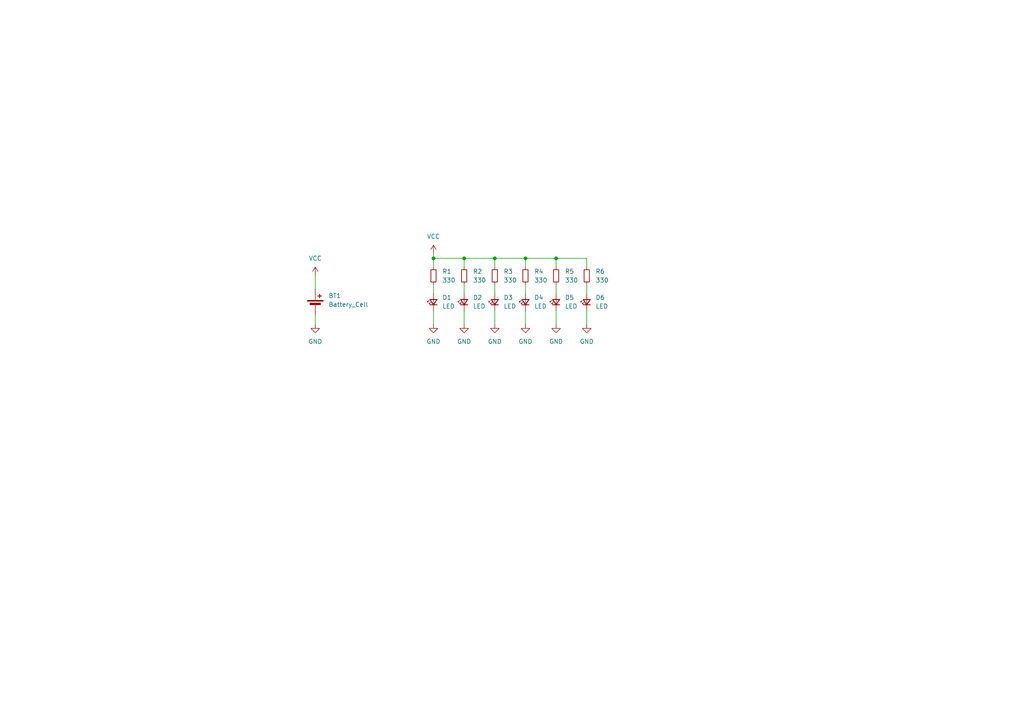
<source format=kicad_sch>
(kicad_sch (version 20230121) (generator eeschema)
  (paper "A4")
  (title_block (title "Badgelife 101") (date "2023-08-29"))
  (lib_symbols
    (symbol "Device:Battery_Cell" (pin_numbers hide) (pin_names (offset 0) hide)
      (property "Reference" "BT" (at 2.54 2.54 0))
      (property "Value" "Battery_Cell" (at 2.54 0 0))
      (symbol "Battery_Cell_0_1"
        (rectangle (start -2.286 1.778) (end 2.286 1.524) (fill (type outline)))
        (rectangle (start -1.524 1.016) (end 1.524 0.508) (fill (type outline)))
        (polyline (pts (xy 0 0.762) (xy 0 0)))
        (polyline (pts (xy 0 1.778) (xy 0 2.54)))
        (polyline (pts (xy 0.762 3.048) (xy 1.778 3.048)) (stroke (width 0.254)))
        (polyline (pts (xy 1.27 3.556) (xy 1.27 2.54)) (stroke (width 0.254)))
      )
      (symbol "Battery_Cell_1_1"
        (pin passive line (at 0 5.08 270) (length 2.54) (name "+") (number "1"))
        (pin passive line (at 0 -2.54 90) (length 2.54) (name "-") (number "2"))
      )
    )
    (symbol "Device:LED_Small" (pin_numbers hide) (pin_names (offset 0.254) hide)
      (property "Reference" "D" (at -1.27 3.175 0))
      (property "Value" "LED_Small" (at -4.445 -2.54 0))
      (symbol "LED_Small_0_1"
        (polyline (pts (xy -0.762 -1.016) (xy -0.762 1.016)) (stroke (width 0.254)))
        (polyline (pts (xy 1.016 0) (xy -0.762 0)))
        (polyline (pts (xy 0.762 -1.016) (xy -0.762 0) (xy 0.762 1.016) (xy 0.762 -1.016)) (stroke (width 0.254)))
        (polyline (pts (xy 0 0.762) (xy -0.508 1.27) (xy -0.254 1.27) (xy -0.508 1.27) (xy -0.508 1.016)))
        (polyline (pts (xy 0.508 1.27) (xy 0 1.778) (xy 0.254 1.778) (xy 0 1.778) (xy 0 1.524)))
      )
      (symbol "LED_Small_1_1"
        (pin passive line (at -2.54 0 0) (length 1.778) (name "K") (number "1"))
        (pin passive line (at 2.54 0 180) (length 1.778) (name "A") (number "2"))
      )
    )
    (symbol "Device:R_Small" (pin_numbers hide) (pin_names (offset 0.254) hide)
      (property "Reference" "R" (at 0.762 0.508 0))
      (property "Value" "R_Small" (at 0.762 -1.016 0))
      (symbol "R_Small_0_1"
        (rectangle (start -0.762 1.778) (end 0.762 -1.778) (stroke (width 0.2032)))
      )
      (symbol "R_Small_1_1"
        (pin passive line (at 0 2.54 270) (length 0.762) (name "~") (number "1"))
        (pin passive line (at 0 -2.54 90) (length 0.762) (name "~") (number "2"))
      )
    )
    (symbol "power:GND" (power) (pin_names (offset 0))
      (property "Value" "GND" (at 0 -3.81 0))
      (symbol "GND_0_1"
        (polyline (pts (xy 0 0) (xy 0 -1.27) (xy 1.27 -1.27) (xy 0 -2.54) (xy -1.27 -1.27) (xy 0 -1.27)))
      )
      (symbol "GND_1_1"
        (pin power_in line (at 0 0 270) (length 0) hide (name "GND") (number "1"))
      )
    )
    (symbol "power:VCC" (power) (pin_names (offset 0))
      (property "Value" "VCC" (at 0 3.81 0))
      (symbol "VCC_0_1"
        (polyline (pts (xy -0.762 1.27) (xy 0 2.54)))
        (polyline (pts (xy 0 0) (xy 0 2.54)))
        (polyline (pts (xy 0 2.54) (xy 0.762 1.27)))
      )
      (symbol "VCC_1_1"
        (pin power_in line (at 0 0 90) (length 0) hide (name "VCC") (number "1"))
      )
    )
  )
  (junction (at 134.62 74.93))
  (junction (at 161.29 74.93))
  (junction (at 143.51 74.93))
  (junction (at 152.4 74.93))
  (junction (at 125.73 74.93))
  (wire (pts (xy 152.4 74.93) (xy 161.29 74.93)))
  (wire (pts (xy 152.4 82.55) (xy 152.4 85.09)))
  (wire (pts (xy 161.29 90.17) (xy 161.29 93.98)))
  (wire (pts (xy 152.4 74.93) (xy 152.4 77.47)))
  (wire (pts (xy 91.44 91.44) (xy 91.44 93.98)))
  (wire (pts (xy 125.73 74.93) (xy 125.73 77.47)))
  (wire (pts (xy 125.73 82.55) (xy 125.73 85.09)))
  (wire (pts (xy 152.4 90.17) (xy 152.4 93.98)))
  (wire (pts (xy 134.62 82.55) (xy 134.62 85.09)))
  (wire (pts (xy 134.62 90.17) (xy 134.62 93.98)))
  (wire (pts (xy 143.51 74.93) (xy 152.4 74.93)))
  (wire (pts (xy 125.73 90.17) (xy 125.73 93.98)))
  (wire (pts (xy 143.51 90.17) (xy 143.51 93.98)))
  (wire (pts (xy 170.18 74.93) (xy 170.18 77.47)))
  (wire (pts (xy 170.18 82.55) (xy 170.18 85.09)))
  (wire (pts (xy 91.44 80.01) (xy 91.44 83.82)))
  (wire (pts (xy 134.62 74.93) (xy 134.62 77.47)))
  (wire (pts (xy 134.62 74.93) (xy 143.51 74.93)))
  (wire (pts (xy 143.51 82.55) (xy 143.51 85.09)))
  (wire (pts (xy 143.51 74.93) (xy 143.51 77.47)))
  (wire (pts (xy 161.29 74.93) (xy 161.29 77.47)))
  (wire (pts (xy 125.73 73.66) (xy 125.73 74.93)))
  (wire (pts (xy 161.29 74.93) (xy 170.18 74.93)))
  (wire (pts (xy 161.29 82.55) (xy 161.29 85.09)))
  (wire (pts (xy 170.18 90.17) (xy 170.18 93.98)))
  (wire (pts (xy 125.73 74.93) (xy 134.62 74.93)))
  (symbol (lib_id "Device:LED_Small") (at 143.51 87.63 90) (unit 1)
    (property "Reference" "D3" (at 146.05 86.2965 90) (effects (justify right)))
    (property "Value" "LED" (at 146.05 88.8365 90) (effects (justify right)))
    (property "Footprint" "LED_SMD:LED_0603_1608Metric" (effects hide))
  )
  (symbol (lib_id "power:GND") (at 152.4 93.98 0) (unit 1)
    (property "Reference" "#PWR06" (effects hide))
    (property "Value" "GND" (at 152.4 99.06 0))
  )
  (symbol (lib_id "Device:R_Small") (at 143.51 80.01 0) (unit 1)
    (property "Reference" "R3" (at 146.05 78.74 0) (effects (justify left)))
    (property "Value" "330" (at 146.05 81.28 0) (effects (justify left)))
    (property "Footprint" "Resistor_SMD:R_0603_1608Metric" (effects hide))
  )
  (symbol (lib_id "power:VCC") (at 91.44 80.01 0) (unit 1)
    (property "Reference" "#PWR02" (effects hide))
    (property "Value" "VCC" (at 91.44 74.93 0))
  )
  (symbol (lib_id "power:GND") (at 161.29 93.98 0) (unit 1)
    (property "Reference" "#PWR07" (effects hide))
    (property "Value" "GND" (at 161.29 99.06 0))
  )
  (symbol (lib_id "Device:Battery_Cell") (at 91.44 88.9 0) (unit 1)
    (property "Reference" "BT1" (at 95.25 85.7885 0) (effects (justify left)))
    (property "Value" "Battery_Cell" (at 95.25 88.3285 0) (effects (justify left)))
    (property "Footprint" "Battery:BatteryHolder_Keystone_3034_1x20mm" (effects hide))
  )
  (symbol (lib_id "power:GND") (at 91.44 93.98 0) (unit 1)
    (property "Reference" "#PWR01" (effects hide))
    (property "Value" "GND" (at 91.44 99.06 0))
  )
  (symbol (lib_id "power:VCC") (at 125.73 73.66 0) (unit 1)
    (property "Reference" "#PWR09" (effects hide))
    (property "Value" "VCC" (at 125.73 68.58 0))
  )
  (symbol (lib_id "Device:R_Small") (at 161.29 80.01 0) (unit 1)
    (property "Reference" "R5" (at 163.83 78.74 0) (effects (justify left)))
    (property "Value" "330" (at 163.83 81.28 0) (effects (justify left)))
    (property "Footprint" "Resistor_SMD:R_0603_1608Metric" (effects hide))
  )
  (symbol (lib_id "power:GND") (at 170.18 93.98 0) (unit 1)
    (property "Reference" "#PWR08" (effects hide))
    (property "Value" "GND" (at 170.18 99.06 0))
  )
  (symbol (lib_id "Device:LED_Small") (at 170.18 87.63 90) (unit 1)
    (property "Reference" "D6" (at 172.72 86.2965 90) (effects (justify right)))
    (property "Value" "LED" (at 172.72 88.8365 90) (effects (justify right)))
    (property "Footprint" "LED_SMD:LED_0603_1608Metric" (effects hide))
  )
  (symbol (lib_id "Device:LED_Small") (at 125.73 87.63 90) (unit 1)
    (property "Reference" "D1" (at 128.27 86.2965 90) (effects (justify right)))
    (property "Value" "LED" (at 128.27 88.8365 90) (effects (justify right)))
    (property "Footprint" "LED_SMD:LED_0603_1608Metric" (effects hide))
  )
  (symbol (lib_id "power:GND") (at 134.62 93.98 0) (unit 1)
    (property "Reference" "#PWR04" (effects hide))
    (property "Value" "GND" (at 134.62 99.06 0))
  )
  (symbol (lib_id "Device:LED_Small") (at 134.62 87.63 90) (unit 1)
    (property "Reference" "D2" (at 137.16 86.2965 90) (effects (justify right)))
    (property "Value" "LED" (at 137.16 88.8365 90) (effects (justify right)))
    (property "Footprint" "LED_SMD:LED_0603_1608Metric" (effects hide))
  )
  (symbol (lib_id "Device:R_Small") (at 125.73 80.01 0) (unit 1)
    (property "Reference" "R1" (at 128.27 78.74 0) (effects (justify left)))
    (property "Value" "330" (at 128.27 81.28 0) (effects (justify left)))
    (property "Footprint" "Resistor_SMD:R_0603_1608Metric" (effects hide))
  )
  (symbol (lib_id "power:GND") (at 143.51 93.98 0) (unit 1)
    (property "Reference" "#PWR05" (effects hide))
    (property "Value" "GND" (at 143.51 99.06 0))
  )
  (symbol (lib_id "Device:LED_Small") (at 152.4 87.63 90) (unit 1)
    (property "Reference" "D4" (at 154.94 86.2965 90) (effects (justify right)))
    (property "Value" "LED" (at 154.94 88.8365 90) (effects (justify right)))
    (property "Footprint" "LED_SMD:LED_0603_1608Metric" (effects hide))
  )
  (symbol (lib_id "Device:R_Small") (at 170.18 80.01 0) (unit 1)
    (property "Reference" "R6" (at 172.72 78.74 0) (effects (justify left)))
    (property "Value" "330" (at 172.72 81.28 0) (effects (justify left)))
    (property "Footprint" "Resistor_SMD:R_0603_1608Metric" (effects hide))
  )
  (symbol (lib_id "Device:LED_Small") (at 161.29 87.63 90) (unit 1)
    (property "Reference" "D5" (at 163.83 86.2965 90) (effects (justify right)))
    (property "Value" "LED" (at 163.83 88.8365 90) (effects (justify right)))
    (property "Footprint" "LED_SMD:LED_0603_1608Metric" (effects hide))
  )
  (symbol (lib_id "power:GND") (at 125.73 93.98 0) (unit 1)
    (property "Reference" "#PWR03" (effects hide))
    (property "Value" "GND" (at 125.73 99.06 0))
  )
  (symbol (lib_id "Device:R_Small") (at 134.62 80.01 0) (unit 1)
    (property "Reference" "R2" (at 137.16 78.74 0) (effects (justify left)))
    (property "Value" "330" (at 137.16 81.28 0) (effects (justify left)))
    (property "Footprint" "Resistor_SMD:R_0603_1608Metric" (effects hide))
  )
  (symbol (lib_id "Device:R_Small") (at 152.4 80.01 0) (unit 1)
    (property "Reference" "R4" (at 154.94 78.74 0) (effects (justify left)))
    (property "Value" "330" (at 154.94 81.28 0) (effects (justify left)))
    (property "Footprint" "Resistor_SMD:R_0603_1608Metric" (effects hide))
  )
)
</source>
